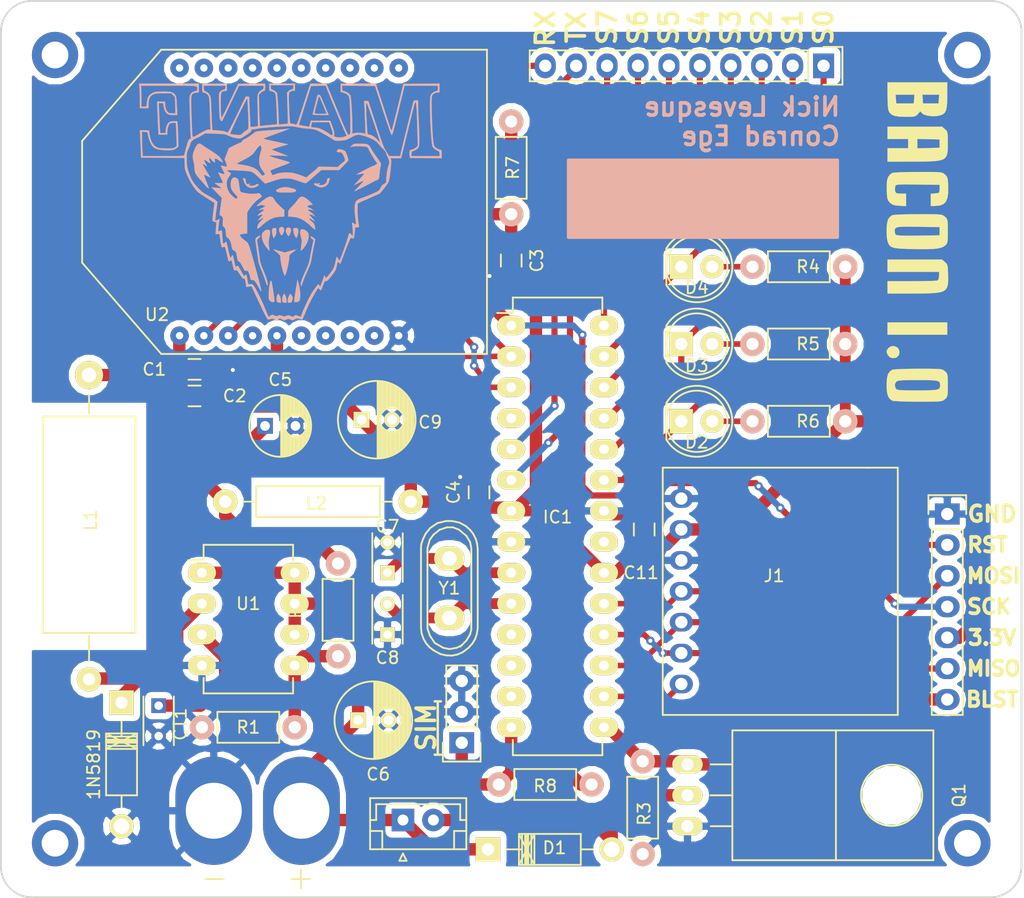
<source format=kicad_pcb>
(kicad_pcb (version 4) (host pcbnew 4.0.4-stable)
  (layers (0 F.Cu signal) (31 B.Cu signal) (34 B.Paste user) (35 F.Paste user) (36 B.SilkS user) (37 F.SilkS user) (38 B.Mask user) (39 F.Mask user) (44 Edge.Cuts user))
  (net 0 "")
  (net 1 GND)
  (net 2 "Net-(1N5819-Pad1)")
  (net 3 "Net-(C5-Pad1)")
  (net 4 "Net-(C7-Pad1)")
  (net 5 "Net-(C8-Pad2)")
  (net 6 "Net-(CT1-Pad1)")
  (net 7 STATUS0)
  (net 8 "Net-(D2-Pad2)")
  (net 9 STATUS1)
  (net 10 "Net-(D3-Pad2)")
  (net 11 STATUS2)
  (net 12 "Net-(D4-Pad2)")
  (net 13 XBEE_TX)
  (net 14 XBEE_RX)
  (net 15 MODE)
  (net 16 STATUS5)
  (net 17 STATUS6)
  (net 18 STATUS7)
  (net 19 "Net-(IC1-Pad12)")
  (net 20 "Net-(IC1-Pad13)")
  (net 21 BALLAST)
  (net 22 CSB)
  (net 23 MOSI)
  (net 24 MISO)
  (net 25 SCK)
  (net 26 "Net-(IC1-Pad21)")
  (net 27 STATUS3)
  (net 28 STATUS4)
  (net 29 "Net-(R1-Pad1)")
  (net 30 "Net-(U2-Pad4)")
  (net 31 "Net-(U2-Pad6)")
  (net 32 "Net-(U2-Pad7)")
  (net 33 "Net-(U2-Pad8)")
  (net 34 "Net-(U2-Pad9)")
  (net 35 "Net-(U2-Pad11)")
  (net 36 "Net-(U2-Pad12)")
  (net 37 "Net-(U2-Pad13)")
  (net 38 "Net-(U2-Pad14)")
  (net 39 "Net-(U2-Pad15)")
  (net 40 "Net-(U2-Pad16)")
  (net 41 "Net-(U2-Pad17)")
  (net 42 "Net-(U2-Pad18)")
  (net 43 "Net-(U2-Pad19)")
  (net 44 "Net-(U2-Pad20)")
  (net 45 3.3V)
  (net 46 "Net-(IC1-Pad11)")
  (net 47 RESET)
  (net 48 "Net-(IC1-Pad4)")
  (net 49 VDD)
  (net 50 "Net-(D1-Pad2)")
  (module payload:MS5607_Module (layer F.Cu) (at 151.13 108.204 270)
    (fp_text reference J1 (at -1.27 -7.62 360) (layer F.SilkS))
    (fp_text value MS5607_Module hide)
    (pad 1 thru_hole oval (at -7.62 0 270) (size 1.524 1.9) (drill 1.016) (layers *.Cu *.Mask) (net 1 GND))
    (pad 2 thru_hole oval (at -5.08 0 270) (size 1.524 1.9) (drill 1.016) (layers *.Cu *.Mask) (net 45 3.3V))
    (pad 3 thru_hole oval (at -2.54 0 270) (size 1.524 1.9) (drill 1.016) (layers *.Cu *.Mask) (net 1 GND))
    (pad 4 thru_hole oval (at 0 0 270) (size 1.524 1.9) (drill 1.016) (layers *.Cu *.Mask) (net 25 SCK))
    (pad 5 thru_hole oval (at 2.54 0 270) (size 1.524 1.9) (drill 1.016) (layers *.Cu *.Mask) (net 23 MOSI))
    (pad 6 thru_hole oval (at 5.08 0 270) (size 1.524 1.9) (drill 1.016) (layers *.Cu *.Mask) (net 24 MISO))
    (pad 7 thru_hole oval (at 7.62 0 270) (size 1.524 1.9) (drill 1.016) (layers *.Cu *.Mask) (net 22 CSB))
  )
  (module Mounting_Holes:MountingHole_2.2mm_M2_DIN965_Pad (layer F.Cu) (at 174.625 128.905)
    (fp_text reference REF** hide)
    (fp_text value MountingHole_2.2mm_M2_DIN965_Pad)
    (pad 1 thru_hole circle (at 0 0) (size 3.8 3.8) (drill 2.2) (layers *.Cu *.Mask))
  )
  (module Mounting_Holes:MountingHole_2.2mm_M2_DIN965_Pad (layer F.Cu) (at 174.625 64.135)
    (fp_text reference REF** hide)
    (fp_text value MountingHole_2.2mm_M2_DIN965_Pad)
    (pad 1 thru_hole circle (at 0 0) (size 3.8 3.8) (drill 2.2) (layers *.Cu *.Mask))
  )
  (module Mounting_Holes:MountingHole_2.2mm_M2_DIN965_Pad (layer F.Cu) (at 99.695 64.135)
    (fp_text reference REF** hide)
    (fp_text value MountingHole_2.2mm_M2_DIN965_Pad)
    (pad 1 thru_hole circle (at 0 0) (size 3.8 3.8) (drill 2.2) (layers *.Cu *.Mask))
  )
  (module Mounting_Holes:MountingHole_2.2mm_M2_DIN965_Pad (layer F.Cu) (at 99.695 128.905)
    (fp_text reference REF** hide)
    (fp_text value MountingHole_2.2mm_M2_DIN965_Pad)
    (pad 1 thru_hole circle (at 0 0) (size 3.8 3.8) (drill 2.2) (layers *.Cu *.Mask))
  )
  (module Capacitors_ThroughHole:C_Radial_D6.3_L11.2_P2.5 (layer F.Cu) (at 124.587 118.7958)
    (fp_text reference C6 (at 1.651 4.445) (layer F.SilkS))
    (fp_text value "100 uF")
    (pad 2 thru_hole circle (at 2.5 0) (size 1.3 1.3) (drill 0.8) (layers *.Cu *.Mask F.SilkS) (net 1 GND))
    (pad 1 thru_hole rect (at 0 0) (size 1.3 1.3) (drill 0.8) (layers *.Cu *.Mask F.SilkS) (net 49 VDD))
  )
  (module Housings_DIP:DIP-28_W7.62mm_LongPads (layer F.Cu) (at 137.16 86.36)
    (fp_text reference IC1 (at 3.81 15.748) (layer F.SilkS))
    (fp_text value ATMEGA328-P)
    (pad 1 thru_hole oval (at 0 0) (size 2.3 1.6) (drill 0.8) (layers *.Cu *.Mask F.SilkS) (net 47 RESET))
    (pad 2 thru_hole oval (at 0 2.54) (size 2.3 1.6) (drill 0.8) (layers *.Cu *.Mask F.SilkS) (net 13 XBEE_TX))
    (pad 3 thru_hole oval (at 0 5.08) (size 2.3 1.6) (drill 0.8) (layers *.Cu *.Mask F.SilkS) (net 14 XBEE_RX))
    (pad 4 thru_hole oval (at 0 7.62) (size 2.3 1.6) (drill 0.8) (layers *.Cu *.Mask F.SilkS) (net 48 "Net-(IC1-Pad4)"))
    (pad 5 thru_hole oval (at 0 10.16) (size 2.3 1.6) (drill 0.8) (layers *.Cu *.Mask F.SilkS) (net 18 STATUS7))
    (pad 6 thru_hole oval (at 0 12.7) (size 2.3 1.6) (drill 0.8) (layers *.Cu *.Mask F.SilkS) (net 17 STATUS6))
    (pad 7 thru_hole oval (at 0 15.24) (size 2.3 1.6) (drill 0.8) (layers *.Cu *.Mask F.SilkS) (net 45 3.3V))
    (pad 8 thru_hole oval (at 0 17.78) (size 2.3 1.6) (drill 0.8) (layers *.Cu *.Mask F.SilkS) (net 1 GND))
    (pad 9 thru_hole oval (at 0 20.32) (size 2.3 1.6) (drill 0.8) (layers *.Cu *.Mask F.SilkS) (net 4 "Net-(C7-Pad1)"))
    (pad 10 thru_hole oval (at 0 22.86) (size 2.3 1.6) (drill 0.8) (layers *.Cu *.Mask F.SilkS) (net 5 "Net-(C8-Pad2)"))
    (pad 11 thru_hole oval (at 0 25.4) (size 2.3 1.6) (drill 0.8) (layers *.Cu *.Mask F.SilkS) (net 46 "Net-(IC1-Pad11)"))
    (pad 12 thru_hole oval (at 0 27.94) (size 2.3 1.6) (drill 0.8) (layers *.Cu *.Mask F.SilkS) (net 19 "Net-(IC1-Pad12)"))
    (pad 13 thru_hole oval (at 0 30.48) (size 2.3 1.6) (drill 0.8) (layers *.Cu *.Mask F.SilkS) (net 20 "Net-(IC1-Pad13)"))
    (pad 14 thru_hole oval (at 0 33.02) (size 2.3 1.6) (drill 0.8) (layers *.Cu *.Mask F.SilkS) (net 15 MODE))
    (pad 15 thru_hole oval (at 7.62 33.02) (size 2.3 1.6) (drill 0.8) (layers *.Cu *.Mask F.SilkS) (net 21 BALLAST))
    (pad 16 thru_hole oval (at 7.62 30.48) (size 2.3 1.6) (drill 0.8) (layers *.Cu *.Mask F.SilkS) (net 22 CSB))
    (pad 17 thru_hole oval (at 7.62 27.94) (size 2.3 1.6) (drill 0.8) (layers *.Cu *.Mask F.SilkS) (net 23 MOSI))
    (pad 18 thru_hole oval (at 7.62 25.4) (size 2.3 1.6) (drill 0.8) (layers *.Cu *.Mask F.SilkS) (net 24 MISO))
    (pad 19 thru_hole oval (at 7.62 22.86) (size 2.3 1.6) (drill 0.8) (layers *.Cu *.Mask F.SilkS) (net 25 SCK))
    (pad 20 thru_hole oval (at 7.62 20.32) (size 2.3 1.6) (drill 0.8) (layers *.Cu *.Mask F.SilkS) (net 45 3.3V))
    (pad 21 thru_hole oval (at 7.62 17.78) (size 2.3 1.6) (drill 0.8) (layers *.Cu *.Mask F.SilkS) (net 26 "Net-(IC1-Pad21)"))
    (pad 22 thru_hole oval (at 7.62 15.24) (size 2.3 1.6) (drill 0.8) (layers *.Cu *.Mask F.SilkS) (net 1 GND))
    (pad 23 thru_hole oval (at 7.62 12.7) (size 2.3 1.6) (drill 0.8) (layers *.Cu *.Mask F.SilkS) (net 7 STATUS0))
    (pad 24 thru_hole oval (at 7.62 10.16) (size 2.3 1.6) (drill 0.8) (layers *.Cu *.Mask F.SilkS) (net 9 STATUS1))
    (pad 25 thru_hole oval (at 7.62 7.62) (size 2.3 1.6) (drill 0.8) (layers *.Cu *.Mask F.SilkS) (net 11 STATUS2))
    (pad 26 thru_hole oval (at 7.62 5.08) (size 2.3 1.6) (drill 0.8) (layers *.Cu *.Mask F.SilkS) (net 27 STATUS3))
    (pad 27 thru_hole oval (at 7.62 2.54) (size 2.3 1.6) (drill 0.8) (layers *.Cu *.Mask F.SilkS) (net 28 STATUS4))
    (pad 28 thru_hole oval (at 7.62 0) (size 2.3 1.6) (drill 0.8) (layers *.Cu *.Mask F.SilkS) (net 16 STATUS5))
  )
  (module Diodes_ThroughHole:Diode_DO-41_SOD81_Horizontal_RM10 (layer F.Cu) (at 135.255 129.413)
    (fp_text reference D1 (at 5.461 -0.127) (layer F.SilkS))
    (fp_text value D)
    (pad 2 thru_hole circle (at 10.16 -0.00254 180) (size 1.99898 1.99898) (drill 1.27) (layers *.Cu *.Mask F.SilkS) (net 50 "Net-(D1-Pad2)"))
    (pad 1 thru_hole rect (at 0 -0.00254 180) (size 1.99898 1.99898) (drill 1.00076) (layers *.Cu *.Mask F.SilkS) (net 49 VDD))
  )
  (module Diodes_ThroughHole:Diode_DO-41_SOD81_Horizontal_RM10 (layer F.Cu) (at 105.156 117.348 270)
    (fp_text reference 1N5819 (at 5.08 2.286 270) (layer F.SilkS))
    (fp_text value D5)
    (pad 2 thru_hole circle (at 10.16 -0.00254 90) (size 1.99898 1.99898) (drill 1.27) (layers *.Cu *.Mask F.SilkS) (net 1 GND))
    (pad 1 thru_hole rect (at 0 -0.00254 90) (size 1.99898 1.99898) (drill 1.00076) (layers *.Cu *.Mask F.SilkS) (net 2 "Net-(1N5819-Pad1)"))
  )
  (module Capacitors_SMD:C_0805_HandSoldering (layer F.Cu) (at 111.1504 89.9668)
    (fp_text reference C1 (at -3.302 0) (layer F.SilkS))
    (fp_text value CP1)
    (pad 1 smd rect (at -1.25 0) (size 1.5 1.25) (layers F.Cu F.Paste F.Mask) (net 45 3.3V))
    (pad 2 smd rect (at 1.25 0) (size 1.5 1.25) (layers F.Cu F.Paste F.Mask) (net 1 GND))
  )
  (module Capacitors_SMD:C_0805_HandSoldering (layer F.Cu) (at 111.1504 92.1512)
    (fp_text reference C2 (at 3.302 0) (layer F.SilkS))
    (fp_text value CP1)
    (pad 1 smd rect (at -1.25 0) (size 1.5 1.25) (layers F.Cu F.Paste F.Mask) (net 45 3.3V))
    (pad 2 smd rect (at 1.25 0) (size 1.5 1.25) (layers F.Cu F.Paste F.Mask) (net 1 GND))
  )
  (module Capacitors_SMD:C_0805_HandSoldering (layer F.Cu) (at 137.16 81.026 270)
    (fp_text reference C3 (at 0 -2.1 270) (layer F.SilkS))
    (fp_text value 0.1uF)
    (pad 1 smd rect (at -1.25 0 270) (size 1.5 1.25) (layers F.Cu F.Paste F.Mask) (net 47 RESET))
    (pad 2 smd rect (at 1.25 0 270) (size 1.5 1.25) (layers F.Cu F.Paste F.Mask) (net 1 GND))
  )
  (module Capacitors_SMD:C_0805_HandSoldering (layer F.Cu) (at 134.5184 100.076 90)
    (fp_text reference C4 (at 0 -2.1 90) (layer F.SilkS))
    (fp_text value CP1)
    (pad 1 smd rect (at -1.25 0 90) (size 1.5 1.25) (layers F.Cu F.Paste F.Mask) (net 45 3.3V))
    (pad 2 smd rect (at 1.25 0 90) (size 1.5 1.25) (layers F.Cu F.Paste F.Mask) (net 1 GND))
  )
  (module Capacitors_ThroughHole:C_Rect_L4_W2.5_P2.5 (layer F.Cu) (at 127 106.68 90)
    (fp_text reference C7 (at 3.81 0 180) (layer F.SilkS))
    (fp_text value 22p)
    (pad 1 thru_hole rect (at 0 0 90) (size 1.2 1.2) (drill 0.7) (layers *.Cu *.Mask F.SilkS) (net 4 "Net-(C7-Pad1)"))
    (pad 2 thru_hole circle (at 2.5 0 90) (size 1.2 1.2) (drill 0.7) (layers *.Cu *.Mask F.SilkS) (net 1 GND))
  )
  (module Capacitors_ThroughHole:C_Rect_L4_W2.5_P2.5 (layer F.Cu) (at 127 111.76 90)
    (fp_text reference C8 (at -1.905 0 180) (layer F.SilkS))
    (fp_text value 22p)
    (pad 1 thru_hole rect (at 0 0 90) (size 1.2 1.2) (drill 0.7) (layers *.Cu *.Mask F.SilkS) (net 1 GND))
    (pad 2 thru_hole circle (at 2.5 0 90) (size 1.2 1.2) (drill 0.7) (layers *.Cu *.Mask F.SilkS) (net 5 "Net-(C8-Pad2)"))
  )
  (module Capacitors_ThroughHole:C_Radial_D6.3_L11.2_P2.5 (layer F.Cu) (at 124.8664 94.107)
    (fp_text reference C9 (at 5.6388 0.2032) (layer F.SilkS))
    (fp_text value 100uF)
    (pad 2 thru_hole circle (at 2.5 0) (size 1.3 1.3) (drill 0.8) (layers *.Cu *.Mask F.SilkS) (net 1 GND))
    (pad 1 thru_hole rect (at 0 0) (size 1.3 1.3) (drill 0.8) (layers *.Cu *.Mask F.SilkS) (net 45 3.3V))
  )
  (module LEDs:LED-5MM (layer F.Cu) (at 151.13 94.234)
    (fp_text reference D2 (at 1.27 1.7145) (layer F.SilkS))
    (fp_text value Green)
    (pad 1 thru_hole rect (at 0 0 90) (size 2 1.9) (drill 1.00076) (layers *.Cu *.Mask F.SilkS) (net 7 STATUS0))
    (pad 2 thru_hole circle (at 2.54 0) (size 1.9 1.9) (drill 1.00076) (layers *.Cu *.Mask F.SilkS) (net 8 "Net-(D2-Pad2)"))
  )
  (module LEDs:LED-5MM (layer F.Cu) (at 151.13 87.884)
    (fp_text reference D3 (at 1.27 1.778) (layer F.SilkS))
    (fp_text value Yellow)
    (pad 1 thru_hole rect (at 0 0 90) (size 2 1.9) (drill 1.00076) (layers *.Cu *.Mask F.SilkS) (net 9 STATUS1))
    (pad 2 thru_hole circle (at 2.54 0) (size 1.9 1.9) (drill 1.00076) (layers *.Cu *.Mask F.SilkS) (net 10 "Net-(D3-Pad2)"))
  )
  (module LEDs:LED-5MM (layer F.Cu) (at 151.13 81.534)
    (fp_text reference D4 (at 1.27 1.7145) (layer F.SilkS))
    (fp_text value Red)
    (pad 1 thru_hole rect (at 0 0 90) (size 2 1.9) (drill 1.00076) (layers *.Cu *.Mask F.SilkS) (net 11 STATUS2))
    (pad 2 thru_hole circle (at 2.54 0) (size 1.9 1.9) (drill 1.00076) (layers *.Cu *.Mask F.SilkS) (net 12 "Net-(D4-Pad2)"))
  )
  (module Choke_Axial_ThroughHole:Choke_Horizontal_RM25mm (layer F.Cu) (at 102.489 102.9335 90)
    (fp_text reference L1 (at 0.5715 0.127 90) (layer F.SilkS))
    (fp_text value "50 uH")
    (pad 1 thru_hole circle (at -12.49934 0 90) (size 1.99898 1.99898) (drill 1.00076) (layers *.Cu *.Mask F.SilkS) (net 2 "Net-(1N5819-Pad1)"))
    (pad 2 thru_hole circle (at 12.50188 0 90) (size 2.30124 2.30124) (drill 1.19888) (layers *.Cu *.Mask F.SilkS) (net 3 "Net-(C5-Pad1)"))
  )
  (module Choke_Axial_ThroughHole:Choke_Horizontal_RM15mm (layer F.Cu) (at 121.412 100.838 180)
    (fp_text reference L2 (at 0.254 -0.127 180) (layer F.SilkS))
    (fp_text value "1 uH")
    (pad 1 thru_hole circle (at -7.50062 0 180) (size 1.99898 1.99898) (drill 1.00076) (layers *.Cu *.Mask F.SilkS) (net 45 3.3V))
    (pad 2 thru_hole circle (at 7.73938 0 180) (size 1.99898 1.99898) (drill 1.00076) (layers *.Cu *.Mask F.SilkS) (net 3 "Net-(C5-Pad1)"))
  )
  (module TO_SOT_Packages_THT:TO-220_Neutral123_Horizontal (layer F.Cu) (at 151.638 124.968 270)
    (fp_text reference Q1 (at 0 -22.3012 270) (layer F.SilkS))
    (fp_text value Q1)
    (pad 2 thru_hole oval (at 0 0) (size 2.49936 1.50114) (drill 1.00076) (layers *.Cu *.Mask F.SilkS) (net 50 "Net-(D1-Pad2)"))
    (pad 1 thru_hole oval (at -2.54 0) (size 2.49936 1.50114) (drill 1.00076) (layers *.Cu *.Mask F.SilkS) (net 21 BALLAST))
    (pad 3 thru_hole oval (at 2.54 0) (size 2.49936 1.50114) (drill 1.00076) (layers *.Cu *.Mask F.SilkS) (net 1 GND))
    (pad "" np_thru_hole circle (at 0 -16.764) (size 3.79984 3.79984) (drill 3.79984) (layers *.Cu *.Mask F.SilkS))
  )
  (module Resistors_ThroughHole:Resistor_Horizontal_RM7mm (layer F.Cu) (at 119.38 119.38 180)
    (fp_text reference R1 (at 3.81 0 180) (layer F.SilkS))
    (fp_text value 22k)
    (pad 1 thru_hole circle (at 0 0 180) (size 1.99898 1.99898) (drill 1.00076) (layers *.Cu *.SilkS *.Mask) (net 29 "Net-(R1-Pad1)"))
    (pad 2 thru_hole circle (at 7.62 0 180) (size 1.99898 1.99898) (drill 1.00076) (layers *.Cu *.SilkS *.Mask) (net 1 GND))
  )
  (module Resistors_ThroughHole:Resistor_Horizontal_RM7mm (layer F.Cu) (at 122.936 113.538 90)
    (fp_text reference R2 (at 4.05892 -3.50012 90) (layer F.SilkS))
    (fp_text value 36k)
    (pad 1 thru_hole circle (at 0 0 90) (size 1.99898 1.99898) (drill 1.00076) (layers *.Cu *.SilkS *.Mask) (net 29 "Net-(R1-Pad1)"))
    (pad 2 thru_hole circle (at 7.62 0 90) (size 1.99898 1.99898) (drill 1.00076) (layers *.Cu *.SilkS *.Mask) (net 3 "Net-(C5-Pad1)"))
  )
  (module Resistors_ThroughHole:Resistor_Horizontal_RM7mm (layer F.Cu) (at 147.955 122.174 270)
    (fp_text reference R3 (at 4.318 -0.127 270) (layer F.SilkS))
    (fp_text value 4.7k)
    (pad 1 thru_hole circle (at 0 0 270) (size 1.99898 1.99898) (drill 1.00076) (layers *.Cu *.SilkS *.Mask) (net 21 BALLAST))
    (pad 2 thru_hole circle (at 7.62 0 270) (size 1.99898 1.99898) (drill 1.00076) (layers *.Cu *.SilkS *.Mask) (net 1 GND))
  )
  (module Resistors_ThroughHole:Resistor_Horizontal_RM7mm (layer F.Cu) (at 156.972 81.534)
    (fp_text reference R4 (at 4.572 0) (layer F.SilkS))
    (fp_text value 270)
    (pad 1 thru_hole circle (at 0 0) (size 1.99898 1.99898) (drill 1.00076) (layers *.Cu *.SilkS *.Mask) (net 12 "Net-(D4-Pad2)"))
    (pad 2 thru_hole circle (at 7.62 0) (size 1.99898 1.99898) (drill 1.00076) (layers *.Cu *.SilkS *.Mask) (net 45 3.3V))
  )
  (module Resistors_ThroughHole:Resistor_Horizontal_RM7mm (layer F.Cu) (at 156.972 87.884)
    (fp_text reference R5 (at 4.572 0) (layer F.SilkS))
    (fp_text value 270)
    (pad 1 thru_hole circle (at 0 0) (size 1.99898 1.99898) (drill 1.00076) (layers *.Cu *.SilkS *.Mask) (net 10 "Net-(D3-Pad2)"))
    (pad 2 thru_hole circle (at 7.62 0) (size 1.99898 1.99898) (drill 1.00076) (layers *.Cu *.SilkS *.Mask) (net 45 3.3V))
  )
  (module Resistors_ThroughHole:Resistor_Horizontal_RM7mm (layer F.Cu) (at 156.972 94.234)
    (fp_text reference R6 (at 4.572 0) (layer F.SilkS))
    (fp_text value 270)
    (pad 1 thru_hole circle (at 0 0) (size 1.99898 1.99898) (drill 1.00076) (layers *.Cu *.SilkS *.Mask) (net 8 "Net-(D2-Pad2)"))
    (pad 2 thru_hole circle (at 7.62 0) (size 1.99898 1.99898) (drill 1.00076) (layers *.Cu *.SilkS *.Mask) (net 45 3.3V))
  )
  (module Housings_DIP:DIP-8_W7.62mm_LongPads (layer F.Cu) (at 111.76 106.68)
    (fp_text reference U1 (at 3.81 2.54) (layer F.SilkS))
    (fp_text value MC33063A)
    (pad 1 thru_hole oval (at 0 0) (size 2.3 1.6) (drill 0.8) (layers *.Cu *.Mask F.SilkS) (net 49 VDD))
    (pad 2 thru_hole oval (at 0 2.54) (size 2.3 1.6) (drill 0.8) (layers *.Cu *.Mask F.SilkS) (net 2 "Net-(1N5819-Pad1)"))
    (pad 3 thru_hole oval (at 0 5.08) (size 2.3 1.6) (drill 0.8) (layers *.Cu *.Mask F.SilkS) (net 6 "Net-(CT1-Pad1)"))
    (pad 4 thru_hole oval (at 0 7.62) (size 2.3 1.6) (drill 0.8) (layers *.Cu *.Mask F.SilkS) (net 1 GND))
    (pad 5 thru_hole oval (at 7.62 7.62) (size 2.3 1.6) (drill 0.8) (layers *.Cu *.Mask F.SilkS) (net 29 "Net-(R1-Pad1)"))
    (pad 6 thru_hole oval (at 7.62 5.08) (size 2.3 1.6) (drill 0.8) (layers *.Cu *.Mask F.SilkS) (net 49 VDD))
    (pad 7 thru_hole oval (at 7.62 2.54) (size 2.3 1.6) (drill 0.8) (layers *.Cu *.Mask F.SilkS) (net 49 VDD))
    (pad 8 thru_hole oval (at 7.62 0) (size 2.3 1.6) (drill 0.8) (layers *.Cu *.Mask F.SilkS) (net 49 VDD))
  )
  (module payload:XBee_S3B (layer F.Cu) (at 121.92 76.2 90)
    (fp_text reference U2 (at -9.271 -13.843 180) (layer F.SilkS))
    (fp_text value XBee_S3B hide)
    (pad 1 thru_hole circle (at -11 -12 90) (size 1.524 1.524) (drill 0.6) (layers *.Cu *.Mask) (net 45 3.3V))
    (pad 2 thru_hole circle (at -11 -10 90) (size 1.524 1.524) (drill 0.6) (layers *.Cu *.Mask) (net 14 XBEE_RX))
    (pad 3 thru_hole circle (at -11 -8 90) (size 1.524 1.524) (drill 0.6) (layers *.Cu *.Mask) (net 13 XBEE_TX))
    (pad 4 thru_hole circle (at -11 -6 90) (size 1.524 1.524) (drill 0.6) (layers *.Cu *.Mask) (net 30 "Net-(U2-Pad4)"))
    (pad 5 thru_hole circle (at -11 -4 90) (size 1.524 1.524) (drill 0.6) (layers *.Cu *.Mask) (net 45 3.3V))
    (pad 6 thru_hole circle (at -11 -2 90) (size 1.524 1.524) (drill 0.6) (layers *.Cu *.Mask) (net 31 "Net-(U2-Pad6)"))
    (pad 7 thru_hole circle (at -11 0 90) (size 1.524 1.524) (drill 0.6) (layers *.Cu *.Mask) (net 32 "Net-(U2-Pad7)"))
    (pad 8 thru_hole circle (at -11 2 90) (size 1.524 1.524) (drill 0.6) (layers *.Cu *.Mask) (net 33 "Net-(U2-Pad8)"))
    (pad 9 thru_hole circle (at -11 4 90) (size 1.524 1.524) (drill 0.6) (layers *.Cu *.Mask) (net 34 "Net-(U2-Pad9)"))
    (pad 10 thru_hole circle (at -11 6 90) (size 1.524 1.524) (drill 0.6) (layers *.Cu *.Mask) (net 1 GND))
    (pad 11 thru_hole circle (at 11 6 90) (size 1.524 1.524) (drill 0.6) (layers *.Cu *.Mask) (net 35 "Net-(U2-Pad11)"))
    (pad 12 thru_hole circle (at 11 4 90) (size 1.524 1.524) (drill 0.6) (layers *.Cu *.Mask) (net 36 "Net-(U2-Pad12)"))
    (pad 13 thru_hole circle (at 11 2 90) (size 1.524 1.524) (drill 0.6) (layers *.Cu *.Mask) (net 37 "Net-(U2-Pad13)"))
    (pad 14 thru_hole circle (at 11 0 90) (size 1.524 1.524) (drill 0.6) (layers *.Cu *.Mask) (net 38 "Net-(U2-Pad14)"))
    (pad 15 thru_hole circle (at 11 -2 90) (size 1.524 1.524) (drill 0.6) (layers *.Cu *.Mask) (net 39 "Net-(U2-Pad15)"))
    (pad 16 thru_hole circle (at 11 -4 90) (size 1.524 1.524) (drill 0.6) (layers *.Cu *.Mask) (net 40 "Net-(U2-Pad16)"))
    (pad 17 thru_hole circle (at 11 -6 90) (size 1.524 1.524) (drill 0.6) (layers *.Cu *.Mask) (net 41 "Net-(U2-Pad17)"))
    (pad 18 thru_hole circle (at 11 -8 90) (size 1.524 1.524) (drill 0.6) (layers *.Cu *.Mask) (net 42 "Net-(U2-Pad18)"))
    (pad 19 thru_hole circle (at 11 -10 90) (size 1.524 1.524) (drill 0.6) (layers *.Cu *.Mask) (net 43 "Net-(U2-Pad19)"))
    (pad 20 thru_hole circle (at 11 -12 90) (size 1.524 1.524) (drill 0.6) (layers *.Cu *.Mask) (net 44 "Net-(U2-Pad20)"))
  )
  (module Crystals:Crystal_HC50-U_Vertical (layer F.Cu) (at 132.08 107.95 270)
    (fp_text reference Y1 (at 0 0 360) (layer F.SilkS))
    (fp_text value Crystal)
    (pad 1 thru_hole oval (at -2.44094 0 270) (size 1.99898 2.49936) (drill 1.19888) (layers *.Cu *.Mask F.SilkS) (net 4 "Net-(C7-Pad1)"))
    (pad 2 thru_hole oval (at 2.44094 0 270) (size 1.99898 2.49936) (drill 1.19888) (layers *.Cu *.Mask F.SilkS) (net 5 "Net-(C8-Pad2)"))
  )
  (module Resistors_ThroughHole:Resistor_Horizontal_RM7mm (layer F.Cu) (at 137.16 69.596 270)
    (fp_text reference R7 (at 3.81 -0.127 270) (layer F.SilkS))
    (fp_text value 4.7k)
    (pad 1 thru_hole circle (at 0 0 270) (size 1.99898 1.99898) (drill 1.00076) (layers *.Cu *.SilkS *.Mask) (net 45 3.3V))
    (pad 2 thru_hole circle (at 7.62 0 270) (size 1.99898 1.99898) (drill 1.00076) (layers *.Cu *.SilkS *.Mask) (net 47 RESET))
  )
  (module Capacitors_SMD:C_0805_HandSoldering (layer F.Cu) (at 148.082 103.124 90)
    (fp_text reference C11 (at -3.556 -0.254 360) (layer F.SilkS))
    (fp_text value CP1)
    (pad 1 smd rect (at -1.25 0 90) (size 1.5 1.25) (layers F.Cu F.Paste F.Mask) (net 45 3.3V))
    (pad 2 smd rect (at 1.25 0 90) (size 1.5 1.25) (layers F.Cu F.Paste F.Mask) (net 1 GND))
  )
  (module payload:BACON_LOGO (layer F.Cu) (at 170.18 80.01 270)
    (fp_text reference G*** hide)
    (fp_text value LOGO hide)
  )
  (module Pin_Headers:Pin_Header_Straight_1x07 (layer F.Cu) (at 172.974 101.854)
    (fp_text reference P4 hide)
    (fp_text value CONN_01X07)
    (pad 1 thru_hole rect (at 0 0) (size 2.032 1.7272) (drill 1.016) (layers *.Cu *.Mask) (net 1 GND))
    (pad 2 thru_hole oval (at 0 2.54) (size 2.032 1.7272) (drill 1.016) (layers *.Cu *.Mask) (net 47 RESET))
    (pad 3 thru_hole oval (at 0 5.08) (size 2.032 1.7272) (drill 1.016) (layers *.Cu *.Mask) (net 23 MOSI))
    (pad 4 thru_hole oval (at 0 7.62) (size 2.032 1.7272) (drill 1.016) (layers *.Cu *.Mask) (net 25 SCK))
    (pad 5 thru_hole oval (at 0 10.16) (size 2.032 1.7272) (drill 1.016) (layers *.Cu *.Mask) (net 45 3.3V))
    (pad 6 thru_hole oval (at 0 12.7) (size 2.032 1.7272) (drill 1.016) (layers *.Cu *.Mask) (net 24 MISO))
    (pad 7 thru_hole oval (at 0 15.24) (size 2.032 1.7272) (drill 1.016) (layers *.Cu *.Mask) (net 21 BALLAST))
  )
  (module Resistors_ThroughHole:Resistor_Horizontal_RM7mm (layer F.Cu) (at 143.764 124.079 180)
    (fp_text reference R8 (at 3.81 -0.127 180) (layer F.SilkS))
    (fp_text value 4.7K)
    (pad 1 thru_hole circle (at 0 0 180) (size 1.99898 1.99898) (drill 1.00076) (layers *.Cu *.SilkS *.Mask) (net 45 3.3V))
    (pad 2 thru_hole circle (at 7.62 0 180) (size 1.99898 1.99898) (drill 1.00076) (layers *.Cu *.SilkS *.Mask) (net 15 MODE))
  )
  (module Connectors_JST:JST_EH_B02B-EH-A_02x2.50mm_Straight (layer F.Cu) (at 128.27 127)
    (fp_text reference P5 hide)
    (fp_text value VALVE)
    (pad 1 thru_hole rect (at 0 0) (size 1.85 1.85) (drill 0.9) (layers *.Cu *.Mask) (net 49 VDD))
    (pad 2 thru_hole circle (at 2.5 0) (size 1.85 1.85) (drill 0.9) (layers *.Cu *.Mask) (net 50 "Net-(D1-Pad2)"))
  )
  (module Pin_Headers:Pin_Header_Straight_1x10 (layer F.Cu) (at 162.814 65.024 270)
    (fp_text reference P2 hide)
    (fp_text value CONN_01X10)
    (pad 1 thru_hole rect (at 0 0 270) (size 2.032 1.7272) (drill 1.016) (layers *.Cu *.Mask) (net 7 STATUS0))
    (pad 2 thru_hole oval (at 0 2.54 270) (size 2.032 1.7272) (drill 1.016) (layers *.Cu *.Mask) (net 9 STATUS1))
    (pad 3 thru_hole oval (at 0 5.08 270) (size 2.032 1.7272) (drill 1.016) (layers *.Cu *.Mask) (net 11 STATUS2))
    (pad 4 thru_hole oval (at 0 7.62 270) (size 2.032 1.7272) (drill 1.016) (layers *.Cu *.Mask) (net 27 STATUS3))
    (pad 5 thru_hole oval (at 0 10.16 270) (size 2.032 1.7272) (drill 1.016) (layers *.Cu *.Mask) (net 28 STATUS4))
    (pad 6 thru_hole oval (at 0 12.7 270) (size 2.032 1.7272) (drill 1.016) (layers *.Cu *.Mask) (net 16 STATUS5))
    (pad 7 thru_hole oval (at 0 15.24 270) (size 2.032 1.7272) (drill 1.016) (layers *.Cu *.Mask) (net 17 STATUS6))
    (pad 8 thru_hole oval (at 0 17.78 270) (size 2.032 1.7272) (drill 1.016) (layers *.Cu *.Mask) (net 18 STATUS7))
    (pad 9 thru_hole oval (at 0 20.32 270) (size 2.032 1.7272) (drill 1.016) (layers *.Cu *.Mask) (net 13 XBEE_TX))
    (pad 10 thru_hole oval (at 0 22.86 270) (size 2.032 1.7272) (drill 1.016) (layers *.Cu *.Mask) (net 14 XBEE_RX))
  )
  (module Capacitors_ThroughHole:C_Rect_L4_W2.5_P2.5 (layer F.Cu) (at 108.204 117.602 270)
    (fp_text reference CT1 (at 1.524 -1.778 270) (layer F.SilkS))
    (fp_text value "160 pF")
    (pad 1 thru_hole rect (at 0 0 270) (size 1.2 1.2) (drill 0.7) (layers *.Cu *.Mask) (net 6 "Net-(CT1-Pad1)"))
    (pad 2 thru_hole circle (at 2.5 0 270) (size 1.2 1.2) (drill 0.7) (layers *.Cu *.Mask) (net 1 GND))
  )
  (module payload:XT60 (layer F.Cu) (at 116.332 126.238)
    (fp_text reference P1 hide)
    (fp_text value BAT_TERMINALS hide)
    (fp_text user - (at -3.556 5.461) (layer F.SilkS) (effects (font (size 2 2))))
    (fp_text user + (at 3.556 5.461) (layer F.SilkS) (effects (font (size 2 2))))
    (pad 1 thru_hole oval (at -3.6 0) (size 6.3 8.89) (drill 4.6) (layers *.Cu *.Mask) (net 1 GND))
    (pad 2 thru_hole oval (at 3.6 0) (size 6.3 8.89) (drill 4.6) (layers *.Cu *.Mask) (net 49 VDD))
  )
  (module payload:MAINE_BB_SMALL (layer B.Cu) (at 119.126 75.946 180)
    (fp_text reference G*** hide)
    (fp_text value LOGO hide)
  )
  (module Pin_Headers:Pin_Header_Straight_1x03 (layer F.Cu) (at 133.096 120.65 180)
    (fp_text reference P3 hide)
    (fp_text value CONN_01X03)
    (pad 1 thru_hole rect (at 0 0 180) (size 2.032 1.7272) (drill 1.016) (layers *.Cu *.Mask) (net 15 MODE))
    (pad 2 thru_hole oval (at 0 2.54 180) (size 2.032 1.7272) (drill 1.016) (layers *.Cu *.Mask) (net 1 GND))
    (pad 3 thru_hole oval (at 0 5.08 180) (size 2.032 1.7272) (drill 1.016) (layers *.Cu *.Mask) (net 1 GND))
  )
  (module Capacitors_ThroughHole:C_Radial_D5_L11_P2.5 (layer F.Cu) (at 116.9416 94.615)
    (fp_text reference C5 (at 1.25 -3.8) (layer F.SilkS))
    (fp_text value 22uF)
    (pad 1 thru_hole rect (at 0 0) (size 1.3 1.3) (drill 0.8) (layers *.Cu *.Mask) (net 3 "Net-(C5-Pad1)"))
    (pad 2 thru_hole circle (at 2.5 0) (size 1.3 1.3) (drill 0.8) (layers *.Cu *.Mask) (net 1 GND))
  )
  (gr_text BLST (at 176.657 117.094) (layer F.SilkS) (effects (font (size 1.2 1.2) (thickness 0.3))))
  (gr_text MISO (at 176.784 114.554) (layer F.SilkS) (effects (font (size 1.2 1.2) (thickness 0.3))))
  (gr_text 3.3V (at 176.657 112.014) (layer F.SilkS) (effects (font (size 1.2 1.2) (thickness 0.3))))
  (gr_text SCK (at 176.403 109.474) (layer F.SilkS) (effects (font (size 1.2 1.2) (thickness 0.3))))
  (gr_text MOSI (at 176.784 106.934) (layer F.SilkS) (effects (font (size 1.2 1.2) (thickness 0.3))))
  (gr_text RST (at 176.276 104.394) (layer F.SilkS) (effects (font (size 1.2 1.2) (thickness 0.3))))
  (gr_text GND (at 176.657 101.854) (layer F.SilkS) (effects (font (size 1.3 1.3) (thickness 0.3))))
  (gr_text S0 (at 162.814 61.849 90) (layer F.SilkS) (effects (font (size 1.5 1.5) (thickness 0.3))))
  (gr_text S1 (at 160.274 61.849 90) (layer F.SilkS) (effects (font (size 1.5 1.5) (thickness 0.3))))
  (gr_text S2 (at 157.734 61.849 90) (layer F.SilkS) (effects (font (size 1.5 1.5) (thickness 0.3))))
  (gr_text S3 (at 155.194 61.849 90) (layer F.SilkS) (effects (font (size 1.5 1.5) (thickness 0.3))))
  (gr_text S4 (at 152.654 61.849 90) (layer F.SilkS) (effects (font (size 1.5 1.5) (thickness 0.3))))
  (gr_text S5 (at 150.114 61.849 90) (layer F.SilkS) (effects (font (size 1.5 1.5) (thickness 0.3))))
  (gr_text S6 (at 147.574 61.849 90) (layer F.SilkS) (effects (font (size 1.5 1.5) (thickness 0.3))))
  (gr_text S7 (at 145.034 61.849 90) (layer F.SilkS) (effects (font (size 1.5 1.5) (thickness 0.3))))
  (gr_text "TX\n" (at 142.494 61.849 90) (layer F.SilkS) (effects (font (size 1.5 1.5) (thickness 0.3))))
  (gr_text RX (at 139.954 61.976 90) (layer F.SilkS) (effects (font (size 1.5 1.5) (thickness 0.3))))
  (gr_text SIM (at 130.175 119.38 90) (layer F.SilkS) (effects (font (size 1.5 1.5) (thickness 0.3))))
  (gr_arc (start 97.79 62.23) (end 95.25 62.23) (angle 90) (layer Edge.Cuts) (width 0.15))
  (gr_arc (start 97.79 130.81) (end 97.79 133.35) (angle 90) (layer Edge.Cuts) (width 0.15))
  (gr_arc (start 176.53 130.81) (end 179.07 130.81) (angle 90) (layer Edge.Cuts) (width 0.15))
  (gr_arc (start 176.53 62.23) (end 176.53 59.69) (angle 90) (layer Edge.Cuts) (width 0.15))
  (gr_line (start 97.79 59.69) (end 176.53 59.69) (angle 90) (layer Edge.Cuts) (width 0.15))
  (gr_line (start 95.25 130.81) (end 95.25 62.23) (angle 90) (layer Edge.Cuts) (width 0.15))
  (gr_line (start 176.53 133.35) (end 97.79 133.35) (angle 90) (layer Edge.Cuts) (width 0.15))
  (gr_line (start 179.07 62.23) (end 179.07 130.81) (angle 90) (layer Edge.Cuts) (width 0.15))
  (gr_text "Nick Levesque\nConrad Ege" (at 164.338 69.596) (layer B.SilkS) (effects (font (size 1.5 1.5) (thickness 0.3)) (justify left mirror)))
  (gr_line (start 130.8735 121.63044) (end 131.3815 121.63044) (angle 90) (layer F.SilkS) (width 0.2))
  (gr_line (start 131.1275 117.24894) (end 131.1275 121.50344) (angle 90) (layer F.SilkS) (width 0.2))
  (gr_line (start 131.3815 117.24894) (end 130.8735 117.24894) (angle 90) (layer F.SilkS) (width 0.2))
  (segment (start 112.732 126.238) (end 112.732 124.67) (width 0.508) (layer B.Cu) (net 1))
  (segment (start 112.732 124.67) (end 109.982 121.92) (width 0.508) (layer B.Cu) (net 1))
  (segment (start 112.732 126.238) (end 112.732 124.504) (width 0.508) (layer B.Cu) (net 1))
  (segment (start 112.732 124.504) (end 115.316 121.92) (width 0.508) (layer B.Cu) (net 1))
  (segment (start 112.732 126.238) (end 112.732 126.79) (width 0.508) (layer B.Cu) (net 1))
  (segment (start 112.732 126.79) (end 109.728 129.794) (width 0.508) (layer B.Cu) (net 1))
  (segment (start 112.732 126.238) (end 112.732 124.758) (width 0.508) (layer B.Cu) (net 1))
  (segment (start 112.732 126.238) (end 112.732 125.432) (width 0.508) (layer B.Cu) (net 1))
  (segment (start 134.5184 98.826) (end 132.989 98.826) (width 1.016) (layer F.Cu) (net 1))
  (via (at 132.969 98.806) (size 0.6858) (drill 0.3302) (layers F.Cu B.Cu) (net 1))
  (segment (start 132.989 98.826) (end 132.969 98.806) (width 1.016) (layer F.Cu) (net 1))
  (segment (start 112.4004 92.1512) (end 112.4004 89.9668) (width 1.016) (layer F.Cu) (net 1))
  (segment (start 112.4004 89.9668) (end 114.2492 89.9668) (width 1.016) (layer F.Cu) (net 1))
  (via (at 114.3 90.0176) (size 0.6858) (drill 0.3302) (layers F.Cu B.Cu) (net 1))
  (segment (start 114.2492 89.9668) (end 114.3 90.0176) (width 1.016) (layer F.Cu) (net 1))
  (segment (start 148.082 101.874) (end 145.054 101.874) (width 1.016) (layer F.Cu) (net 1))
  (segment (start 145.054 101.874) (end 144.78 101.6) (width 1.016) (layer F.Cu) (net 1))
  (segment (start 137.16 82.276) (end 135.402 82.276) (width 1.016) (layer F.Cu) (net 1))
  (via (at 135.382 82.296) (size 0.6858) (drill 0.3302) (layers F.Cu B.Cu) (net 1))
  (segment (start 135.402 82.276) (end 135.382 82.296) (width 1.016) (layer F.Cu) (net 1))
  (segment (start 147.808 101.6) (end 148.082 101.874) (width 0.762) (layer F.Cu) (net 1))
  (segment (start 147.808 101.6) (end 148.082 101.874) (width 0.4572) (layer F.Cu) (net 1))
  (segment (start 105.15854 117.348) (end 105.15854 116.83746) (width 1.016) (layer F.Cu) (net 2))
  (segment (start 105.15854 116.83746) (end 106.62666 115.36934) (width 1.016) (layer F.Cu) (net 2))
  (segment (start 102.87 115.36934) (end 102.87 115.36934) (width 1.016) (layer F.Cu) (net 2))
  (segment (start 102.87 115.36934) (end 106.62666 115.36934) (width 1.016) (layer F.Cu) (net 2))
  (segment (start 109.728 111.252) (end 111.76 109.22) (width 1.016) (layer F.Cu) (net 2))
  (segment (start 109.728 112.268) (end 109.728 111.252) (width 1.016) (layer F.Cu) (net 2))
  (segment (start 106.62666 115.36934) (end 109.728 112.268) (width 1.016) (layer F.Cu) (net 2))
  (segment (start 113.67262 100.838) (end 113.67262 101.98862) (width 1.016) (layer F.Cu) (net 3))
  (segment (start 121.412 104.394) (end 122.936 105.918) (width 1.016) (layer F.Cu) (net 3))
  (segment (start 116.078 104.394) (end 121.412 104.394) (width 1.016) (layer F.Cu) (net 3))
  (segment (start 113.67262 101.98862) (end 116.078 104.394) (width 1.016) (layer F.Cu) (net 3))
  (segment (start 109.16031 96.32569) (end 115.30711 96.32569) (width 1.016) (layer F.Cu) (net 3))
  (segment (start 115.30711 96.32569) (end 116.9924 94.6404) (width 1.016) (layer F.Cu) (net 3))
  (segment (start 102.489 90.43162) (end 106.17962 90.43162) (width 1.016) (layer F.Cu) (net 3))
  (segment (start 108.204 95.36938) (end 109.16031 96.32569) (width 1.016) (layer F.Cu) (net 3))
  (segment (start 109.16031 96.32569) (end 113.67262 100.838) (width 1.016) (layer F.Cu) (net 3))
  (segment (start 108.204 92.456) (end 108.204 95.36938) (width 1.016) (layer F.Cu) (net 3))
  (segment (start 106.17962 90.43162) (end 108.204 92.456) (width 1.016) (layer F.Cu) (net 3))
  (segment (start 102.92588 90.424) (end 102.87 90.36812) (width 1.016) (layer F.Cu) (net 3))
  (segment (start 132.08 105.50906) (end 128.17094 105.50906) (width 0.889) (layer F.Cu) (net 4))
  (segment (start 128.17094 105.50906) (end 127 106.68) (width 0.889) (layer F.Cu) (net 4))
  (segment (start 137.16 106.68) (end 133.25094 106.68) (width 0.889) (layer F.Cu) (net 4))
  (segment (start 133.25094 106.68) (end 132.08 105.50906) (width 0.889) (layer F.Cu) (net 4))
  (segment (start 132.08 110.39094) (end 128.13094 110.39094) (width 0.889) (layer F.Cu) (net 5))
  (segment (start 128.13094 110.39094) (end 127 109.26) (width 0.889) (layer F.Cu) (net 5))
  (segment (start 137.16 109.22) (end 133.25094 109.22) (width 0.889) (layer F.Cu) (net 5))
  (segment (start 133.25094 109.22) (end 132.08 110.39094) (width 0.889) (layer F.Cu) (net 5))
  (segment (start 108.204 117.602) (end 111.633 117.602) (width 1.016) (layer F.Cu) (net 6))
  (segment (start 113.665 113.665) (end 111.76 111.76) (width 1.016) (layer F.Cu) (net 6))
  (segment (start 113.665 115.57) (end 113.665 113.665) (width 1.016) (layer F.Cu) (net 6))
  (segment (start 111.633 117.602) (end 113.665 115.57) (width 1.016) (layer F.Cu) (net 6))
  (segment (start 111.76 111.76) (end 112.014 111.76) (width 1.016) (layer F.Cu) (net 6))
  (segment (start 162.814 65.024) (end 162.814 90.17) (width 0.508) (layer F.Cu) (net 7))
  (segment (start 153.416 91.948) (end 151.13 94.234) (width 0.508) (layer F.Cu) (net 7))
  (segment (start 161.036 91.948) (end 153.416 91.948) (width 0.508) (layer F.Cu) (net 7))
  (segment (start 162.814 90.17) (end 161.036 91.948) (width 0.508) (layer F.Cu) (net 7))
  (segment (start 144.78 99.06) (end 146.304 99.06) (width 0.508) (layer F.Cu) (net 7))
  (segment (start 146.304 99.06) (end 151.13 94.234) (width 0.508) (layer F.Cu) (net 7))
  (segment (start 153.67 94.234) (end 156.972 94.234) (width 0.4572) (layer F.Cu) (net 8))
  (segment (start 160.274 65.024) (end 160.274 83.058) (width 0.508) (layer F.Cu) (net 9))
  (segment (start 153.924 85.09) (end 151.13 87.884) (width 0.508) (layer F.Cu) (net 9))
  (segment (start 158.242 85.09) (end 153.924 85.09) (width 0.508) (layer F.Cu) (net 9))
  (segment (start 160.274 83.058) (end 158.242 85.09) (width 0.508) (layer F.Cu) (net 9))
  (segment (start 144.78 96.52) (end 145.542 96.52) (width 0.4572) (layer F.Cu) (net 9))
  (segment (start 145.542 96.52) (end 151.13 90.932) (width 0.508) (layer F.Cu) (net 9))
  (segment (start 151.13 90.932) (end 151.13 87.884) (width 0.508) (layer F.Cu) (net 9))
  (segment (start 153.67 87.884) (end 156.972 87.884) (width 0.4572) (layer F.Cu) (net 10))
  (segment (start 157.734 65.024) (end 157.734 74.93) (width 0.508) (layer F.Cu) (net 11))
  (segment (start 157.734 74.93) (end 151.13 81.534) (width 0.508) (layer F.Cu) (net 11))
  (segment (start 144.78 93.98) (end 145.034 93.98) (width 0.4572) (layer F.Cu) (net 11))
  (segment (start 145.034 93.98) (end 149.352 89.662) (width 0.508) (layer F.Cu) (net 11))
  (segment (start 149.352 89.662) (end 149.352 83.312) (width 0.508) (layer F.Cu) (net 11))
  (segment (start 149.352 83.312) (end 151.13 81.534) (width 0.508) (layer F.Cu) (net 11))
  (segment (start 153.67 81.534) (end 156.972 81.534) (width 0.4572) (layer F.Cu) (net 12))
  (segment (start 142.494 65.024) (end 142.494 65.278) (width 0.508) (layer F.Cu) (net 13))
  (segment (start 142.494 65.278) (end 140.208 67.564) (width 0.508) (layer F.Cu) (net 13))
  (segment (start 140.208 67.564) (end 136.398 67.564) (width 0.508) (layer F.Cu) (net 13))
  (segment (start 136.398 67.564) (end 132.334 71.628) (width 0.508) (layer F.Cu) (net 13))
  (segment (start 132.334 71.628) (end 132.334 84.074) (width 0.508) (layer F.Cu) (net 13))
  (segment (start 132.334 84.074) (end 137.16 88.9) (width 0.508) (layer F.Cu) (net 13))
  (segment (start 137.16 88.9) (end 132.588 88.9) (width 0.4572) (layer F.Cu) (net 13))
  (segment (start 132.588 88.9) (end 128.778 85.09) (width 0.4572) (layer F.Cu) (net 13))
  (segment (start 116.03 85.09) (end 113.92 87.2) (width 0.4572) (layer F.Cu) (net 13))
  (segment (start 128.778 85.09) (end 116.03 85.09) (width 0.4572) (layer F.Cu) (net 13))
  (segment (start 139.954 65.024) (end 136.144 65.024) (width 0.508) (layer F.Cu) (net 14))
  (segment (start 130.556 70.612) (end 130.556 84.074) (width 0.508) (layer F.Cu) (net 14))
  (segment (start 136.144 65.024) (end 130.556 70.612) (width 0.508) (layer F.Cu) (net 14))
  (segment (start 137.16 91.44) (end 135.382 91.44) (width 0.4572) (layer F.Cu) (net 14))
  (segment (start 130.556 84.074) (end 115.062 84.074) (width 0.4572) (layer F.Cu) (net 14))
  (segment (start 134.112 88.138) (end 130.556 84.074) (width 0.4572) (layer F.Cu) (net 14))
  (via (at 134.112 88.138) (size 0.6858) (drill 0.3302) (layers F.Cu B.Cu) (net 14))
  (segment (start 134.112 89.662) (end 134.112 88.138) (width 0.4572) (layer B.Cu) (net 14))
  (via (at 134.112 89.662) (size 0.6858) (drill 0.3302) (layers F.Cu B.Cu) (net 14))
  (segment (start 135.382 91.44) (end 134.112 89.662) (width 0.4572) (layer F.Cu) (net 14))
  (segment (start 115.062 84.074) (end 111.92 87.2) (width 0.4572) (layer F.Cu) (net 14))
  (segment (start 133.096 120.65) (end 133.096 122.936) (width 1.016) (layer F.Cu) (net 15))
  (segment (start 134.239 124.079) (end 136.144 124.079) (width 1.016) (layer F.Cu) (net 15))
  (segment (start 133.096 122.936) (end 134.239 124.079) (width 1.016) (layer F.Cu) (net 15))
  (segment (start 136.144 124.079) (end 137.16 123.063) (width 1.016) (layer F.Cu) (net 15))
  (segment (start 137.16 123.063) (end 137.16 119.38) (width 1.016) (layer F.Cu) (net 15))
  (segment (start 150.114 65.024) (end 150.114 73.406) (width 0.508) (layer F.Cu) (net 16))
  (segment (start 144.78 78.74) (end 144.78 86.36) (width 0.508) (layer F.Cu) (net 16))
  (segment (start 150.114 73.406) (end 144.78 78.74) (width 0.508) (layer F.Cu) (net 16))
  (segment (start 137.16 99.06) (end 137.16 98.806) (width 0.508) (layer F.Cu) (net 17))
  (segment (start 147.574 65.024) (end 147.574 72.898) (width 0.508) (layer F.Cu) (net 17))
  (segment (start 140.208 96.012) (end 137.16 99.06) (width 0.508) (layer B.Cu) (net 17))
  (via (at 140.208 96.012) (size 0.6858) (drill 0.3302) (layers F.Cu B.Cu) (net 17))
  (segment (start 141.986 94.234) (end 140.208 96.012) (width 0.508) (layer F.Cu) (net 17))
  (segment (start 141.986 78.486) (end 141.986 94.234) (width 0.508) (layer F.Cu) (net 17))
  (segment (start 147.574 72.898) (end 141.986 78.486) (width 0.508) (layer F.Cu) (net 17))
  (segment (start 145.034 65.024) (end 145.034 72.39) (width 0.508) (layer F.Cu) (net 18))
  (segment (start 140.716 92.964) (end 137.16 96.52) (width 0.508) (layer B.Cu) (net 18))
  (via (at 140.716 92.964) (size 0.6858) (drill 0.3302) (layers F.Cu B.Cu) (net 18))
  (segment (start 140.716 76.708) (end 140.716 92.964) (width 0.508) (layer F.Cu) (net 18))
  (segment (start 145.034 72.39) (end 140.716 76.708) (width 0.508) (layer F.Cu) (net 18))
  (segment (start 144.78 119.38) (end 145.161 119.38) (width 1.016) (layer F.Cu) (net 21))
  (segment (start 145.161 119.38) (end 147.955 122.174) (width 1.016) (layer F.Cu) (net 21))
  (segment (start 151.638 122.428) (end 156.464 122.428) (width 1.016) (layer F.Cu) (net 21))
  (segment (start 161.798 117.094) (end 172.974 117.094) (width 1.016) (layer F.Cu) (net 21))
  (segment (start 156.464 122.428) (end 161.798 117.094) (width 1.016) (layer F.Cu) (net 21))
  (segment (start 147.955 122.174) (end 151.384 122.174) (width 1.016) (layer F.Cu) (net 21))
  (segment (start 151.384 122.174) (end 151.638 122.428) (width 1.016) (layer F.Cu) (net 21))
  (segment (start 144.78 119.38) (end 145.034 119.38) (width 0.762) (layer F.Cu) (net 21))
  (segment (start 144.78 116.84) (end 150.114 116.84) (width 0.4572) (layer F.Cu) (net 22))
  (segment (start 150.114 116.84) (end 151.13 115.824) (width 0.4572) (layer F.Cu) (net 22))
  (segment (start 151.13 110.744) (end 169.164 110.744) (width 0.508) (layer F.Cu) (net 23))
  (segment (start 169.164 110.744) (end 172.974 106.934) (width 0.508) (layer F.Cu) (net 23))
  (segment (start 151.13 110.744) (end 147.574 114.3) (width 0.4572) (layer F.Cu) (net 23))
  (segment (start 147.574 114.3) (end 144.78 114.3) (width 0.4572) (layer F.Cu) (net 23))
  (segment (start 151.13 113.284) (end 165.862 113.284) (width 0.508) (layer F.Cu) (net 24))
  (segment (start 165.862 113.284) (end 167.132 114.554) (width 0.508) (layer F.Cu) (net 24))
  (segment (start 167.132 114.554) (end 172.974 114.554) (width 0.508) (layer F.Cu) (net 24))
  (segment (start 151.13 113.284) (end 149.606 113.284) (width 0.4572) (layer F.Cu) (net 24))
  (segment (start 148.082 111.76) (end 144.78 111.76) (width 0.4572) (layer F.Cu) (net 24))
  (segment (start 148.59 112.268) (end 148.082 111.76) (width 0.4572) (layer F.Cu) (net 24))
  (via (at 148.59 112.268) (size 0.6858) (drill 0.3302) (layers F.Cu B.Cu) (net 24))
  (segment (start 149.606 113.284) (end 148.59 112.268) (width 0.4572) (layer B.Cu) (net 24))
  (via (at 149.606 113.284) (size 0.6858) (drill 0.3302) (layers F.Cu B.Cu) (net 24))
  (segment (start 172.974 109.474) (end 168.91 109.474) (width 0.508) (layer B.Cu) (net 25))
  (segment (start 168.91 109.474) (end 168.656 109.22) (width 0.508) (layer B.Cu) (net 25))
  (via (at 168.656 109.22) (size 0.6858) (drill 0.3302) (layers F.Cu B.Cu) (net 25))
  (segment (start 168.656 109.22) (end 167.64 108.204) (width 0.508) (layer F.Cu) (net 25))
  (segment (start 167.64 108.204) (end 151.13 108.204) (width 0.508) (layer F.Cu) (net 25))
  (segment (start 144.78 109.22) (end 150.114 109.22) (width 0.4572) (layer F.Cu) (net 25))
  (segment (start 150.114 109.22) (end 151.13 108.204) (width 0.4572) (layer F.Cu) (net 25))
  (segment (start 155.194 65.024) (end 155.194 74.422) (width 0.508) (layer F.Cu) (net 27))
  (segment (start 148.336 87.884) (end 144.78 91.44) (width 0.508) (layer F.Cu) (net 27))
  (segment (start 148.336 81.28) (end 148.336 87.884) (width 0.508) (layer F.Cu) (net 27))
  (segment (start 155.194 74.422) (end 148.336 81.28) (width 0.508) (layer F.Cu) (net 27))
  (segment (start 152.654 65.024) (end 152.654 73.914) (width 0.508) (layer F.Cu) (net 28))
  (segment (start 147.066 86.614) (end 144.78 88.9) (width 0.508) (layer F.Cu) (net 28))
  (segment (start 147.066 79.502) (end 147.066 86.614) (width 0.508) (layer F.Cu) (net 28))
  (segment (start 152.654 73.914) (end 147.066 79.502) (width 0.508) (layer F.Cu) (net 28))
  (segment (start 122.936 113.538) (end 120.142 113.538) (width 1.016) (layer F.Cu) (net 29))
  (segment (start 120.142 113.538) (end 119.38 114.3) (width 1.016) (layer F.Cu) (net 29))
  (segment (start 119.38 119.38) (end 119.38 114.3) (width 1.016) (layer F.Cu) (net 29))
  (segment (start 124.8664 94.107) (end 124.841 94.107) (width 1.016) (layer F.Cu) (net 45))
  (segment (start 124.841 94.107) (end 121.7676 91.0336) (width 1.016) (layer F.Cu) (net 45))
  (segment (start 117.92 89.6244) (end 117.92 87.2) (width 1.016) (layer F.Cu) (net 45))
  (segment (start 119.3292 91.0336) (end 117.92 89.6244) (width 1.016) (layer F.Cu) (net 45))
  (segment (start 121.7676 91.0336) (end 119.3292 91.0336) (width 1.016) (layer F.Cu) (net 45))
  (segment (start 123.7348 93.0148) (end 115.7732 93.0148) (width 1.016) (layer F.Cu) (net 45))
  (segment (start 115.7732 93.0148) (end 114.046 94.742) (width 1.016) (layer F.Cu) (net 45))
  (segment (start 114.046 94.742) (end 111.252 94.742) (width 1.016) (layer F.Cu) (net 45))
  (segment (start 111.252 94.742) (end 109.9004 93.3904) (width 1.016) (layer F.Cu) (net 45))
  (segment (start 109.9004 93.3904) (end 109.9004 92.1512) (width 1.016) (layer F.Cu) (net 45))
  (segment (start 124.8664 94.107) (end 124.827 94.107) (width 1.016) (layer F.Cu) (net 45))
  (segment (start 124.827 94.107) (end 123.7348 93.0148) (width 1.016) (layer F.Cu) (net 45))
  (segment (start 128.91262 100.838) (end 128.91262 98.15322) (width 1.016) (layer F.Cu) (net 45))
  (segment (start 128.91262 98.15322) (end 124.8664 94.107) (width 1.016) (layer F.Cu) (net 45))
  (segment (start 128.91262 100.838) (end 134.0304 100.838) (width 1.016) (layer F.Cu) (net 45))
  (segment (start 134.0304 100.838) (end 134.5184 101.326) (width 1.016) (layer F.Cu) (net 45))
  (segment (start 109.9004 89.9668) (end 109.9004 87.2196) (width 1.016) (layer F.Cu) (net 45))
  (segment (start 109.9004 87.2196) (end 109.92 87.2) (width 1.016) (layer F.Cu) (net 45))
  (segment (start 109.9004 92.1512) (end 109.9004 89.9668) (width 1.016) (layer F.Cu) (net 45))
  (segment (start 143.764 124.079) (end 142.875 124.079) (width 1.016) (layer F.Cu) (net 45))
  (segment (start 142.875 124.079) (end 141.097 122.301) (width 1.016) (layer F.Cu) (net 45))
  (segment (start 141.097 122.301) (end 141.097 102.997) (width 1.016) (layer F.Cu) (net 45))
  (segment (start 134.5184 101.326) (end 136.886 101.326) (width 1.016) (layer F.Cu) (net 45))
  (segment (start 136.886 101.326) (end 137.16 101.6) (width 1.016) (layer F.Cu) (net 45))
  (segment (start 137.16 69.596) (end 137.16 74.422) (width 1.016) (layer F.Cu) (net 45))
  (segment (start 139.192 76.454) (end 137.16 74.422) (width 1.016) (layer F.Cu) (net 45))
  (segment (start 139.192 99.822) (end 139.192 76.454) (width 1.016) (layer F.Cu) (net 45))
  (segment (start 139.192 99.822) (end 137.414 101.6) (width 1.016) (layer F.Cu) (net 45))
  (segment (start 137.16 101.6) (end 137.414 101.6) (width 1.016) (layer F.Cu) (net 45))
  (segment (start 148.082 104.374) (end 149.88 104.374) (width 1.016) (layer F.Cu) (net 45))
  (segment (start 149.88 104.374) (end 151.13 103.124) (width 1.016) (layer F.Cu) (net 45))
  (segment (start 144.78 106.68) (end 145.776 106.68) (width 1.016) (layer F.Cu) (net 45))
  (segment (start 145.776 106.68) (end 148.082 104.374) (width 1.016) (layer F.Cu) (net 45))
  (segment (start 172.974 112.014) (end 173.99 112.014) (width 1.016) (layer F.Cu) (net 45))
  (segment (start 173.99 112.014) (end 175.514 110.49) (width 1.016) (layer F.Cu) (net 45))
  (segment (start 175.514 110.49) (end 175.514 98.552) (width 1.016) (layer F.Cu) (net 45))
  (segment (start 175.514 98.552) (end 171.196 94.234) (width 1.016) (layer F.Cu) (net 45))
  (segment (start 171.196 94.234) (end 164.592 94.234) (width 1.016) (layer F.Cu) (net 45))
  (segment (start 164.592 87.884) (end 164.592 81.534) (width 0.889) (layer F.Cu) (net 45))
  (segment (start 164.592 94.234) (end 164.592 87.884) (width 0.889) (layer F.Cu) (net 45))
  (segment (start 151.13 103.124) (end 155.702 103.124) (width 1.016) (layer F.Cu) (net 45))
  (segment (start 155.702 103.124) (end 164.592 94.234) (width 1.016) (layer F.Cu) (net 45))
  (segment (start 136.632 101.6) (end 139.7 101.6) (width 0.889) (layer F.Cu) (net 45))
  (segment (start 139.7 101.6) (end 140.462 102.362) (width 0.889) (layer F.Cu) (net 45))
  (segment (start 140.462 102.362) (end 141.097 102.997) (width 0.889) (layer F.Cu) (net 45))
  (segment (start 141.097 102.997) (end 144.78 106.68) (width 0.889) (layer F.Cu) (net 45))
  (segment (start 172.974 104.394) (end 162.306 104.394) (width 0.508) (layer F.Cu) (net 47))
  (segment (start 162.306 104.394) (end 159.258 101.346) (width 0.508) (layer F.Cu) (net 47))
  (via (at 159.258 101.346) (size 0.6858) (drill 0.3302) (layers F.Cu B.Cu) (net 47))
  (segment (start 159.258 101.346) (end 157.48 99.568) (width 0.508) (layer B.Cu) (net 47))
  (via (at 157.48 99.568) (size 0.6858) (drill 0.3302) (layers F.Cu B.Cu) (net 47))
  (segment (start 157.48 99.568) (end 157.226 99.314) (width 0.508) (layer F.Cu) (net 47))
  (segment (start 157.226 99.314) (end 147.574 99.314) (width 0.508) (layer F.Cu) (net 47))
  (segment (start 147.574 99.314) (end 146.558 100.33) (width 0.508) (layer F.Cu) (net 47))
  (segment (start 146.558 100.33) (end 143.764 100.33) (width 0.508) (layer F.Cu) (net 47))
  (segment (start 143.764 100.33) (end 143.002 99.568) (width 0.508) (layer F.Cu) (net 47))
  (via (at 143.002 87.122) (size 0.6858) (drill 0.3302) (layers F.Cu B.Cu) (net 47))
  (segment (start 143.002 87.122) (end 143.002 87.122) (width 0.508) (layer F.Cu) (net 47))
  (segment (start 143.002 87.376) (end 143.002 87.122) (width 0.508) (layer F.Cu) (net 47))
  (segment (start 143.002 99.568) (end 143.002 87.376) (width 0.508) (layer F.Cu) (net 47))
  (segment (start 142.24 86.36) (end 143.002 87.122) (width 0.508) (layer B.Cu) (net 47))
  (segment (start 137.16 77.216) (end 134.874 77.216) (width 1.016) (layer F.Cu) (net 47))
  (segment (start 133.858 83.058) (end 137.16 86.36) (width 1.016) (layer F.Cu) (net 47))
  (segment (start 133.858 78.232) (end 133.858 83.058) (width 1.016) (layer F.Cu) (net 47))
  (segment (start 134.874 77.216) (end 133.858 78.232) (width 1.016) (layer F.Cu) (net 47))
  (segment (start 137.16 77.216) (end 137.16 79.776) (width 1.016) (layer F.Cu) (net 47))
  (segment (start 137.16 86.36) (end 142.24 86.36) (width 0.508) (layer B.Cu) (net 47))
  (segment (start 124.587 118.7958) (end 124.587 115.0112) (width 1.016) (layer F.Cu) (net 49))
  (segment (start 123.4186 109.22) (end 119.38 109.22) (width 1.016) (layer F.Cu) (net 49))
  (segment (start 124.9172 110.7186) (end 123.4186 109.22) (width 1.016) (layer F.Cu) (net 49))
  (segment (start 124.9172 114.681) (end 124.9172 110.7186) (width 1.016) (layer F.Cu) (net 49))
  (segment (start 124.587 115.0112) (end 124.9172 114.681) (width 1.016) (layer F.Cu) (net 49))
  (segment (start 119.932 126.238) (end 119.932 123.4508) (width 1.016) (layer F.Cu) (net 49))
  (segment (start 119.932 123.4508) (end 124.587 118.7958) (width 1.016) (layer F.Cu) (net 49))
  (segment (start 135.255 129.41046) (end 130.68046 129.41046) (width 1.016) (layer F.Cu) (net 49))
  (segment (start 130.68046 129.41046) (end 128.27 127) (width 1.016) (layer F.Cu) (net 49))
  (segment (start 128.27 127) (end 119.17 127) (width 1.016) (layer F.Cu) (net 49))
  (segment (start 119.17 127) (end 119.17 125.68346) (width 1.016) (layer F.Cu) (net 49))
  (segment (start 119.38 109.22) (end 119.38 111.76) (width 1.016) (layer F.Cu) (net 49))
  (segment (start 119.38 106.68) (end 111.76 106.68) (width 1.016) (layer F.Cu) (net 49))
  (segment (start 119.38 106.68) (end 119.38 109.22) (width 1.016) (layer F.Cu) (net 49))
  (segment (start 145.415 129.41046) (end 145.415 126.619) (width 1.016) (layer F.Cu) (net 50))
  (segment (start 147.066 124.968) (end 151.638 124.968) (width 1.016) (layer F.Cu) (net 50))
  (segment (start 145.415 126.619) (end 147.066 124.968) (width 1.016) (layer F.Cu) (net 50))
  (segment (start 145.415 129.41046) (end 145.415 128.651) (width 1.016) (layer F.Cu) (net 50))
  (segment (start 145.415 128.651) (end 143.764 127) (width 1.016) (layer F.Cu) (net 50))
  (segment (start 143.764 127) (end 130.77 127) (width 1.016) (layer F.Cu) (net 50))
  (zone (net 1) (net_name GND) (layer B.Cu) (connect_pads (clearance 0.508)) (min_thickness 0.254) (fill yes (arc_segments 16) (thermal_gap 0.508) (thermal_bridge_width 0.6))
    (polygon (pts (xy 176.53 130.81) (xy 97.79 130.81) (xy 97.79 62.23) (xy 176.53 62.23)))
  )
  (zone (net 0) (net_name "") (layer B.Cu) (connect_pads (clearance 0.508)) (min_thickness 0.254)
    (keepout (tracks not_allowed) (vias not_allowed) (copperpour not_allowed))
    (fill (arc_segments 16) (thermal_gap 0.508) (thermal_bridge_width 0.508))
    (polygon (pts (xy 107.188 113.03) (xy 97.79 113.03) (xy 97.79 92.71) (xy 107.188 92.71)))
  )
  (zone (net 0) (net_name "") (layer B.Cu) (connect_pads (clearance 0.508)) (min_thickness 0.254)
    (keepout (tracks not_allowed) (vias not_allowed) (copperpour not_allowed))
    (fill (arc_segments 16) (thermal_gap 0.508) (thermal_bridge_width 0.508))
    (polygon (pts (xy 126.746 102.9208) (xy 115.824 102.9208) (xy 115.824 98.8568) (xy 126.746 98.8568)))
  )
  (zone (net 0) (net_name "") (layer B.SilkS) (connect_pads yes (clearance 0.508)) (min_thickness 0.254) (fill yes (arc_segments 16) (thermal_gap 0.508) (thermal_bridge_width 0.6))
    (polygon (pts (xy 164.084 79.248) (xy 141.732 79.248) (xy 141.732 72.644) (xy 164.084 72.644)))
  )
)
</source>
